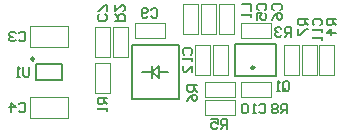
<source format=gbo>
G04*
G04 #@! TF.GenerationSoftware,Altium Limited,Altium Designer,20.1.14 (287)*
G04*
G04 Layer_Color=13813960*
%FSLAX43Y43*%
%MOMM*%
G71*
G04*
G04 #@! TF.SameCoordinates,8E6D0AED-6584-4932-AFB8-F401DEA6884B*
G04*
G04*
G04 #@! TF.FilePolarity,Positive*
G04*
G01*
G75*
%ADD12C,0.200*%
%ADD13C,0.100*%
%ADD35C,0.250*%
D12*
X10225Y-350D02*
Y2350D01*
X6775Y-350D02*
Y2350D01*
Y-350D02*
X10225D01*
X6775Y2350D02*
X10225D01*
X-2000Y2250D02*
X2000D01*
X-2000Y-2250D02*
Y2250D01*
Y-2250D02*
X2000D01*
Y2250D01*
X-300Y0D02*
X300Y-500D01*
X-300Y0D02*
X300Y500D01*
Y-500D02*
Y500D01*
X-300Y-500D02*
Y500D01*
X300Y0D02*
X1100D01*
X-1100D02*
X-300D01*
X-10075Y-700D02*
Y700D01*
X-7925Y-700D02*
Y700D01*
X-10075D02*
X-7925D01*
X-10075Y-700D02*
X-7925D01*
X7300Y5733D02*
X8100D01*
Y5200D01*
Y4933D02*
Y4667D01*
Y4800D01*
X7300D01*
X7433Y4933D01*
X-10667Y400D02*
Y-267D01*
X-10800Y-400D01*
X-11067D01*
X-11200Y-267D01*
Y400D01*
X-11467Y-400D02*
X-11733D01*
X-11600D01*
Y400D01*
X-11467Y267D01*
X-3400Y4334D02*
X-2600D01*
Y4733D01*
X-2733Y4867D01*
X-3000D01*
X-3133Y4733D01*
Y4334D01*
Y4600D02*
X-3400Y4867D01*
Y5666D02*
Y5133D01*
X-2867Y5666D01*
X-2733D01*
X-2600Y5533D01*
Y5267D01*
X-2733Y5133D01*
X-4100Y-2217D02*
X-4900D01*
Y-2617D01*
X-4767Y-2750D01*
X-4500D01*
X-4367Y-2617D01*
Y-2217D01*
Y-2483D02*
X-4100Y-2750D01*
Y-3017D02*
Y-3283D01*
Y-3150D01*
X-4900D01*
X-4767Y-3017D01*
X-367Y5267D02*
X-233Y5400D01*
X33D01*
X166Y5267D01*
Y4733D01*
X33Y4600D01*
X-233D01*
X-367Y4733D01*
X-633D02*
X-767Y4600D01*
X-1033D01*
X-1166Y4733D01*
Y5267D01*
X-1033Y5400D01*
X-767D01*
X-633Y5267D01*
Y5133D01*
X-767Y5000D01*
X-1166D01*
X-4233Y4867D02*
X-4100Y4733D01*
Y4467D01*
X-4233Y4334D01*
X-4767D01*
X-4900Y4467D01*
Y4733D01*
X-4767Y4867D01*
X-4100Y5133D02*
Y5666D01*
X-4233D01*
X-4767Y5133D01*
X-4900D01*
X10033Y5233D02*
X9900Y5367D01*
Y5633D01*
X10033Y5766D01*
X10567D01*
X10700Y5633D01*
Y5367D01*
X10567Y5233D01*
X9900Y4434D02*
X10033Y4700D01*
X10300Y4967D01*
X10567D01*
X10700Y4833D01*
Y4567D01*
X10567Y4434D01*
X10433D01*
X10300Y4567D01*
Y4967D01*
X8733Y5233D02*
X8600Y5367D01*
Y5633D01*
X8733Y5766D01*
X9267D01*
X9400Y5633D01*
Y5367D01*
X9267Y5233D01*
X8600Y4434D02*
Y4967D01*
X9000D01*
X8867Y4700D01*
Y4567D01*
X9000Y4434D01*
X9267D01*
X9400Y4567D01*
Y4833D01*
X9267Y4967D01*
X-11567Y-2733D02*
X-11433Y-2600D01*
X-11167D01*
X-11034Y-2733D01*
Y-3267D01*
X-11167Y-3400D01*
X-11433D01*
X-11567Y-3267D01*
X-12233Y-3400D02*
Y-2600D01*
X-11833Y-3000D01*
X-12366D01*
X-11567Y3267D02*
X-11433Y3400D01*
X-11167D01*
X-11034Y3267D01*
Y2733D01*
X-11167Y2600D01*
X-11433D01*
X-11567Y2733D01*
X-11833Y3267D02*
X-11967Y3400D01*
X-12233D01*
X-12366Y3267D01*
Y3133D01*
X-12233Y3000D01*
X-12100D01*
X-12233D01*
X-12366Y2867D01*
Y2733D01*
X-12233Y2600D01*
X-11967D01*
X-11833Y2733D01*
X11166Y-3500D02*
Y-2700D01*
X10767D01*
X10633Y-2833D01*
Y-3100D01*
X10767Y-3233D01*
X11166D01*
X10900D02*
X10633Y-3500D01*
X10367Y-2833D02*
X10233Y-2700D01*
X9967D01*
X9834Y-2833D01*
Y-2967D01*
X9967Y-3100D01*
X9834Y-3233D01*
Y-3367D01*
X9967Y-3500D01*
X10233D01*
X10367Y-3367D01*
Y-3233D01*
X10233Y-3100D01*
X10367Y-2967D01*
Y-2833D01*
X10233Y-3100D02*
X9967D01*
X12900Y4466D02*
X12100D01*
Y4067D01*
X12233Y3933D01*
X12500D01*
X12633Y4067D01*
Y4466D01*
Y4200D02*
X12900Y3933D01*
X12100Y3667D02*
Y3134D01*
X12233D01*
X12767Y3667D01*
X12900D01*
X3500Y-1134D02*
X2700D01*
Y-1533D01*
X2833Y-1667D01*
X3100D01*
X3233Y-1533D01*
Y-1134D01*
Y-1400D02*
X3500Y-1667D01*
X2700Y-2466D02*
X2833Y-2200D01*
X3100Y-1933D01*
X3367D01*
X3500Y-2067D01*
Y-2333D01*
X3367Y-2466D01*
X3233D01*
X3100Y-2333D01*
Y-1933D01*
X6066Y-4800D02*
Y-4000D01*
X5667D01*
X5533Y-4133D01*
Y-4400D01*
X5667Y-4533D01*
X6066D01*
X5800D02*
X5533Y-4800D01*
X4734Y-4000D02*
X5267D01*
Y-4400D01*
X5000Y-4267D01*
X4867D01*
X4734Y-4400D01*
Y-4667D01*
X4867Y-4800D01*
X5133D01*
X5267Y-4667D01*
X15300Y4466D02*
X14500D01*
Y4067D01*
X14633Y3933D01*
X14900D01*
X15033Y4067D01*
Y4466D01*
Y4200D02*
X15300Y3933D01*
Y3267D02*
X14500D01*
X14900Y3667D01*
Y3134D01*
X11466Y3000D02*
Y3800D01*
X11067D01*
X10933Y3667D01*
Y3400D01*
X11067Y3267D01*
X11466D01*
X11200D02*
X10933Y3000D01*
X10667Y3667D02*
X10533Y3800D01*
X10267D01*
X10134Y3667D01*
Y3533D01*
X10267Y3400D01*
X10400D01*
X10267D01*
X10134Y3267D01*
Y3133D01*
X10267Y3000D01*
X10533D01*
X10667Y3133D01*
X10800Y-1467D02*
Y-933D01*
X10933Y-800D01*
X11200D01*
X11333Y-933D01*
Y-1467D01*
X11200Y-1600D01*
X10933D01*
X11067Y-1333D02*
X10800Y-1600D01*
X10933D02*
X10800Y-1467D01*
X10533Y-1600D02*
X10267D01*
X10400D01*
Y-800D01*
X10533Y-933D01*
X2433Y1467D02*
X2300Y1600D01*
Y1866D01*
X2433Y2000D01*
X2967D01*
X3100Y1866D01*
Y1600D01*
X2967Y1467D01*
X3100Y1200D02*
Y933D01*
Y1067D01*
X2300D01*
X2433Y1200D01*
X3100Y0D02*
Y533D01*
X2567Y0D01*
X2433D01*
X2300Y134D01*
Y400D01*
X2433Y533D01*
X13433Y3933D02*
X13300Y4067D01*
Y4333D01*
X13433Y4466D01*
X13967D01*
X14100Y4333D01*
Y4067D01*
X13967Y3933D01*
X14100Y3667D02*
Y3400D01*
Y3533D01*
X13300D01*
X13433Y3667D01*
X14100Y3000D02*
Y2734D01*
Y2867D01*
X13300D01*
X13433Y3000D01*
X8767Y-2833D02*
X8900Y-2700D01*
X9166D01*
X9300Y-2833D01*
Y-3367D01*
X9166Y-3500D01*
X8900D01*
X8767Y-3367D01*
X8500Y-3500D02*
X8233D01*
X8367D01*
Y-2700D01*
X8500Y-2833D01*
X7833D02*
X7700Y-2700D01*
X7434D01*
X7300Y-2833D01*
Y-3367D01*
X7434Y-3500D01*
X7700D01*
X7833Y-3367D01*
Y-2833D01*
D13*
X13865Y-270D02*
Y2270D01*
X15135D01*
Y-270D02*
Y2270D01*
X13865Y-270D02*
X15135D01*
X12365D02*
X13635D01*
Y2270D01*
X12365D02*
X13635D01*
X12365Y-270D02*
Y2270D01*
X10865Y-270D02*
Y2270D01*
X12135D01*
Y-270D02*
Y2270D01*
X10865Y-270D02*
X12135D01*
X7230Y-2135D02*
X9770D01*
X7230D02*
Y-865D01*
X9770D01*
Y-2135D02*
Y-865D01*
X4230Y-2135D02*
Y-865D01*
Y-2135D02*
X6770D01*
Y-865D01*
X4230D02*
X6770D01*
X4230Y-2365D02*
X6770D01*
Y-3635D02*
Y-2365D01*
X4230Y-3635D02*
X6770D01*
X4230D02*
Y-2365D01*
X4865Y-270D02*
Y2270D01*
X6135D01*
Y-270D02*
Y2270D01*
X4865Y-270D02*
X6135D01*
X3365Y2270D02*
X4635D01*
X3365Y-270D02*
Y2270D01*
Y-270D02*
X4635D01*
Y2270D01*
X5365Y5770D02*
X6635D01*
X5365Y3230D02*
Y5770D01*
Y3230D02*
X6635D01*
Y5770D01*
X3865D02*
X5135D01*
X3865Y3230D02*
Y5770D01*
Y3230D02*
X5135D01*
Y5770D01*
X7230Y4135D02*
X9770D01*
Y2865D02*
Y4135D01*
X7230Y2865D02*
X9770D01*
X7230D02*
Y4135D01*
X3635Y3230D02*
Y5770D01*
X2365Y3230D02*
X3635D01*
X2365D02*
Y5770D01*
X3635D01*
X-1770Y2865D02*
Y4135D01*
Y2865D02*
X770D01*
Y4135D01*
X-1770D02*
X770D01*
X-3635Y1230D02*
Y3770D01*
X-2365D01*
Y1230D02*
Y3770D01*
X-3635Y1230D02*
X-2365D01*
X-5135D02*
X-3865D01*
Y3770D01*
X-5135D02*
X-3865D01*
X-5135Y1230D02*
Y3770D01*
Y-1770D02*
Y770D01*
X-3865D01*
Y-1770D02*
Y770D01*
X-5135Y-1770D02*
X-3865D01*
X-10600Y2100D02*
X-7400D01*
X-10600D02*
Y3900D01*
X-7400D01*
Y2100D02*
Y3900D01*
X-10600Y-3900D02*
X-7400D01*
X-10600D02*
Y-2100D01*
X-7400D01*
Y-3900D02*
Y-2100D01*
D35*
X8371Y365D02*
G03*
X8371Y365I-125J0D01*
G01*
X-10275Y1100D02*
G03*
X-10275Y1100I-125J0D01*
G01*
M02*

</source>
